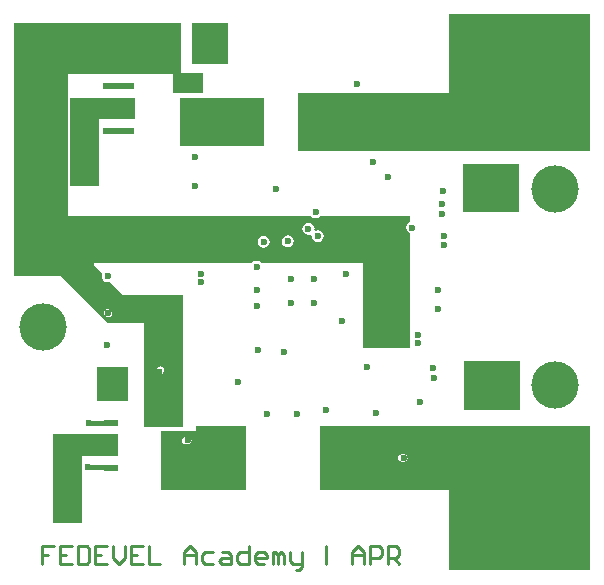
<source format=gtl>
G04*
G04 #@! TF.GenerationSoftware,Altium Limited,Altium Designer,20.0.13 (296)*
G04*
G04 Layer_Physical_Order=1*
G04 Layer_Color=255*
%FSLAX44Y44*%
%MOMM*%
G71*
G01*
G75*
%ADD10C,0.2000*%
%ADD13R,2.5500X3.7500*%
%ADD14R,3.8500X5.0000*%
%ADD15R,0.9000X2.5000*%
%ADD16R,1.1940X0.5590*%
%ADD17R,3.4390X3.2540*%
%ADD25C,0.4000*%
%ADD26C,0.5000*%
%ADD27C,0.2600*%
%ADD28C,4.0000*%
%ADD29C,0.6000*%
G36*
X187000Y443000D02*
X156000D01*
Y477000D01*
X187000D01*
Y443000D01*
D02*
G37*
G36*
X147000Y435270D02*
X146861Y435000D01*
X165464D01*
X166009Y433893D01*
X166000Y433884D01*
Y418000D01*
X140000D01*
Y434000D01*
X51000D01*
X51000Y314005D01*
X112000Y313982D01*
X257040Y313927D01*
X257395Y313395D01*
X259049Y312290D01*
X261000Y311902D01*
X262951Y312290D01*
X264605Y313395D01*
X264958Y313924D01*
X341087Y313895D01*
Y308717D01*
X341049Y308710D01*
X339395Y307605D01*
X338290Y305951D01*
X337902Y304000D01*
X338290Y302049D01*
X339395Y300395D01*
X341049Y299290D01*
X341087Y299283D01*
Y273982D01*
Y203096D01*
X340873Y202580D01*
X301420D01*
Y273982D01*
X215021D01*
X214605Y274605D01*
X212951Y275710D01*
X211000Y276098D01*
X209049Y275710D01*
X207395Y274605D01*
X206979Y273982D01*
X73000D01*
Y272048D01*
X80258Y264790D01*
X79902Y263000D01*
X80290Y261049D01*
X81395Y259395D01*
X83049Y258290D01*
X85000Y257902D01*
X86790Y258258D01*
X98048Y247000D01*
X149091D01*
Y135091D01*
X149000Y135000D01*
X115337D01*
Y223000D01*
X85000D01*
X45000Y263000D01*
X6000Y263000D01*
X6000Y477000D01*
X147000Y477000D01*
X147000Y435270D01*
D02*
G37*
G36*
X493000Y417000D02*
X493000D01*
X493000Y369000D01*
X246000Y369000D01*
X246000Y418000D01*
X374000Y418000D01*
Y485000D01*
X493000D01*
Y417000D01*
D02*
G37*
G36*
X107555Y414000D02*
X107700Y413940D01*
Y395855D01*
X78145D01*
X78000Y396000D01*
Y339000D01*
X53039D01*
X53039Y414000D01*
X107555D01*
D02*
G37*
G36*
X217300Y373145D02*
X146300D01*
Y414145D01*
X217300D01*
Y373145D01*
D02*
G37*
G36*
X433000Y317000D02*
X386000D01*
Y358000D01*
X433000D01*
Y317000D01*
D02*
G37*
G36*
X102000Y157000D02*
X76000D01*
Y186000D01*
X102000D01*
Y157000D01*
D02*
G37*
G36*
X434000Y150000D02*
X387000D01*
Y191000D01*
X434000D01*
Y150000D01*
D02*
G37*
G36*
X202000Y82000D02*
X130000D01*
Y132000D01*
X160000D01*
Y136000D01*
X202000D01*
Y82000D01*
D02*
G37*
G36*
X93555Y129000D02*
X93700Y128940D01*
Y110855D01*
X63000D01*
Y101306D01*
X62980Y101203D01*
X63000Y101101D01*
Y54000D01*
X39000D01*
Y129000D01*
X93555D01*
D02*
G37*
G36*
X493000Y136000D02*
X493000Y82000D01*
X493000D01*
Y14000D01*
X374000Y14000D01*
Y82000D01*
X265000Y82000D01*
X265000Y136000D01*
X493000Y136000D01*
D02*
G37*
%LPC*%
G36*
X255000Y308098D02*
X253049Y307710D01*
X251395Y306605D01*
X250290Y304951D01*
X249902Y303000D01*
X250290Y301049D01*
X251395Y299395D01*
X253049Y298290D01*
X255000Y297902D01*
X256755Y298251D01*
X257433Y297817D01*
X257877Y297382D01*
X257776Y296874D01*
X258164Y294923D01*
X259270Y293270D01*
X260923Y292164D01*
X262874Y291776D01*
X264825Y292164D01*
X266479Y293270D01*
X267584Y294923D01*
X267972Y296874D01*
X267584Y298825D01*
X266479Y300479D01*
X264825Y301584D01*
X262874Y301972D01*
X261119Y301623D01*
X260441Y302057D01*
X259997Y302493D01*
X260098Y303000D01*
X259710Y304951D01*
X258605Y306605D01*
X256951Y307710D01*
X255000Y308098D01*
D02*
G37*
G36*
X237500Y297598D02*
X235549Y297210D01*
X233895Y296105D01*
X232790Y294451D01*
X232402Y292500D01*
X232790Y290549D01*
X233895Y288895D01*
X235549Y287790D01*
X237500Y287402D01*
X239451Y287790D01*
X241105Y288895D01*
X242210Y290549D01*
X242598Y292500D01*
X242210Y294451D01*
X241105Y296105D01*
X239451Y297210D01*
X237500Y297598D01*
D02*
G37*
G36*
X43000Y293059D02*
X40000D01*
X38830Y292826D01*
X37837Y292163D01*
X37174Y291171D01*
X36941Y290000D01*
X37174Y288829D01*
X37837Y287837D01*
X38830Y287174D01*
X40000Y286941D01*
X43000D01*
X44170Y287174D01*
X45163Y287837D01*
X45826Y288829D01*
X46059Y290000D01*
X45826Y291171D01*
X45163Y292163D01*
X44170Y292826D01*
X43000Y293059D01*
D02*
G37*
G36*
X217000Y297098D02*
X215049Y296710D01*
X213395Y295605D01*
X212290Y293951D01*
X211902Y292000D01*
X212290Y290049D01*
X213395Y288395D01*
X215049Y287290D01*
X217000Y286902D01*
X218951Y287290D01*
X220605Y288395D01*
X221710Y290049D01*
X222098Y292000D01*
X221710Y293951D01*
X220605Y295605D01*
X218951Y296710D01*
X217000Y297098D01*
D02*
G37*
G36*
X85000Y235059D02*
X83829Y234826D01*
X82837Y234163D01*
X82174Y233171D01*
X81941Y232000D01*
X82174Y230830D01*
X82837Y229837D01*
X83337Y229337D01*
X84329Y228674D01*
X85500Y228441D01*
X86671Y228674D01*
X87663Y229337D01*
X88326Y230329D01*
X88559Y231500D01*
X88326Y232671D01*
X87663Y233663D01*
X87163Y234163D01*
X86171Y234826D01*
X85000Y235059D01*
D02*
G37*
G36*
X130000Y186559D02*
X128829Y186326D01*
X127837Y185663D01*
X124337Y182163D01*
X123674Y181171D01*
X123441Y180000D01*
X123441Y180000D01*
Y172000D01*
X123674Y170830D01*
X124337Y169837D01*
X125330Y169174D01*
X126500Y168941D01*
X127670Y169174D01*
X128663Y169837D01*
X129326Y170830D01*
X129559Y172000D01*
Y178733D01*
X132163Y181337D01*
X132826Y182330D01*
X133059Y183500D01*
X132826Y184671D01*
X132163Y185663D01*
X131171Y186326D01*
X130000Y186559D01*
D02*
G37*
G36*
X190220Y401709D02*
X189049Y401476D01*
X188057Y400813D01*
X187394Y399821D01*
X187161Y398650D01*
X187394Y397480D01*
X188057Y396487D01*
X194707Y389837D01*
X195700Y389174D01*
X196870Y388941D01*
X198041Y389174D01*
X199033Y389837D01*
X199696Y390829D01*
X199929Y392000D01*
X199696Y393171D01*
X199033Y394163D01*
X192383Y400813D01*
X191390Y401476D01*
X190220Y401709D01*
D02*
G37*
G36*
X153000Y127059D02*
X151000D01*
X149830Y126826D01*
X148837Y126163D01*
X148174Y125170D01*
X147941Y124000D01*
X148174Y122830D01*
X148837Y121837D01*
X149830Y121174D01*
X151000Y120941D01*
X153000D01*
X154171Y121174D01*
X155163Y121837D01*
X155826Y122830D01*
X156059Y124000D01*
X155826Y125170D01*
X155163Y126163D01*
X154171Y126826D01*
X153000Y127059D01*
D02*
G37*
G36*
X167250Y127059D02*
X166080Y126826D01*
X165087Y126163D01*
X164424Y125170D01*
X164191Y124000D01*
X164424Y122830D01*
X165087Y121837D01*
X180087Y106837D01*
X181080Y106174D01*
X182250Y105941D01*
X183421Y106174D01*
X184413Y106837D01*
X185076Y107830D01*
X185309Y109000D01*
X185076Y110170D01*
X184413Y111163D01*
X169413Y126163D01*
X168421Y126826D01*
X167250Y127059D01*
D02*
G37*
G36*
X336000Y112059D02*
X334000D01*
X332830Y111826D01*
X331837Y111163D01*
X331174Y110170D01*
X330941Y109000D01*
X331174Y107830D01*
X331837Y106837D01*
X332830Y106174D01*
X334000Y105941D01*
X336000D01*
X337170Y106174D01*
X338163Y106837D01*
X338826Y107830D01*
X339059Y109000D01*
X338826Y110170D01*
X338163Y111163D01*
X337170Y111826D01*
X336000Y112059D01*
D02*
G37*
G36*
X285000Y113309D02*
X283829Y113076D01*
X282837Y112413D01*
X281587Y111163D01*
X280924Y110170D01*
X280691Y109000D01*
X280924Y107830D01*
X281587Y106837D01*
X282579Y106174D01*
X283750Y105941D01*
X284921Y106174D01*
X285913Y106837D01*
X287163Y108087D01*
X287826Y109080D01*
X288059Y110250D01*
X287826Y111421D01*
X287163Y112413D01*
X286171Y113076D01*
X285000Y113309D01*
D02*
G37*
%LPD*%
D10*
X40000Y290000D02*
X43000D01*
X283750Y109000D02*
X285000Y110250D01*
X85000Y232000D02*
X85500Y231500D01*
X126500Y172000D02*
Y180000D01*
X130000Y183500D01*
X334000Y109000D02*
X336000D01*
X190220Y398650D02*
X196870Y392000D01*
X151000Y124000D02*
X153000D01*
X167250D02*
X182250Y109000D01*
D13*
X410000Y169000D02*
D03*
Y115000D02*
D03*
Y336000D02*
D03*
Y390000D02*
D03*
D14*
X283750Y109000D02*
D03*
X182250D02*
D03*
D15*
X163500Y458000D02*
D03*
X132500D02*
D03*
X95500Y172000D02*
D03*
X126500D02*
D03*
D16*
X138270Y100950D02*
D03*
Y113650D02*
D03*
Y126350D02*
D03*
Y139050D02*
D03*
X87730Y100950D02*
D03*
Y113650D02*
D03*
Y126350D02*
D03*
Y139050D02*
D03*
X152270Y385950D02*
D03*
Y398650D02*
D03*
Y411350D02*
D03*
Y424050D02*
D03*
X101730Y385950D02*
D03*
Y398650D02*
D03*
Y411350D02*
D03*
Y424050D02*
D03*
D17*
X196870Y392000D02*
D03*
X283130D02*
D03*
D25*
X69000Y139000D02*
X69025Y139025D01*
X87705D01*
X68078Y101203D02*
X85976D01*
X87705Y139025D02*
X87730Y139050D01*
X101730Y424050D02*
X102230D01*
D26*
X83730D02*
X101730D01*
X83230Y385950D02*
X101730D01*
D27*
X39597Y34594D02*
X29600D01*
Y27096D01*
X34598D01*
X29600D01*
Y19598D01*
X54592Y34594D02*
X44595D01*
Y19598D01*
X54592D01*
X44595Y27096D02*
X49594D01*
X59590Y34594D02*
Y19598D01*
X67088D01*
X69587Y22098D01*
Y32094D01*
X67088Y34594D01*
X59590D01*
X84582D02*
X74585D01*
Y19598D01*
X84582D01*
X74585Y27096D02*
X79584D01*
X89581Y34594D02*
Y24597D01*
X94579Y19598D01*
X99577Y24597D01*
Y34594D01*
X114572D02*
X104576D01*
Y19598D01*
X114572D01*
X104576Y27096D02*
X109574D01*
X119571Y34594D02*
Y19598D01*
X129568D01*
X149561D02*
Y29595D01*
X154559Y34594D01*
X159558Y29595D01*
Y19598D01*
Y27096D01*
X149561D01*
X174553Y29595D02*
X167055D01*
X164556Y27096D01*
Y22098D01*
X167055Y19598D01*
X174553D01*
X182051Y29595D02*
X187049D01*
X189548Y27096D01*
Y19598D01*
X182051D01*
X179551Y22098D01*
X182051Y24597D01*
X189548D01*
X204543Y34594D02*
Y19598D01*
X197046D01*
X194547Y22098D01*
Y27096D01*
X197046Y29595D01*
X204543D01*
X217039Y19598D02*
X212041D01*
X209542Y22098D01*
Y27096D01*
X212041Y29595D01*
X217039D01*
X219538Y27096D01*
Y24597D01*
X209542D01*
X224537Y19598D02*
Y29595D01*
X227036D01*
X229535Y27096D01*
Y19598D01*
Y27096D01*
X232034Y29595D01*
X234534Y27096D01*
Y19598D01*
X239532Y29595D02*
Y22098D01*
X242031Y19598D01*
X249529D01*
Y17099D01*
X247030Y14600D01*
X244530D01*
X249529Y19598D02*
Y29595D01*
X269522Y34594D02*
Y19598D01*
X292015D02*
Y29595D01*
X297013Y34594D01*
X302012Y29595D01*
Y19598D01*
Y27096D01*
X292015D01*
X307010Y19598D02*
Y34594D01*
X314508D01*
X317007Y32094D01*
Y27096D01*
X314508Y24597D01*
X307010D01*
X322005Y19598D02*
Y34594D01*
X329503D01*
X332002Y32094D01*
Y27096D01*
X329503Y24597D01*
X322005D01*
X327004D02*
X332002Y19598D01*
D28*
X464000Y171000D02*
D03*
X30000Y300000D02*
D03*
Y220000D02*
D03*
X464000Y113000D02*
D03*
Y390000D02*
D03*
Y337000D02*
D03*
D29*
X430000Y170000D02*
D03*
X428000Y322000D02*
D03*
X310000Y360000D02*
D03*
X69000Y139000D02*
D03*
X73000Y116000D02*
D03*
X44000Y123000D02*
D03*
X57000D02*
D03*
X44000Y106000D02*
D03*
X57000D02*
D03*
X51000Y114000D02*
D03*
X44000Y87000D02*
D03*
X58000D02*
D03*
X50000Y96000D02*
D03*
X44000Y72000D02*
D03*
Y58000D02*
D03*
X51000Y64000D02*
D03*
X50000Y79000D02*
D03*
X58000Y72000D02*
D03*
Y58000D02*
D03*
X72000Y343000D02*
D03*
Y357000D02*
D03*
X64000Y364000D02*
D03*
X65000Y349000D02*
D03*
X58000Y343000D02*
D03*
Y357000D02*
D03*
X64000Y381000D02*
D03*
X72000Y372000D02*
D03*
X58000D02*
D03*
X65000Y399000D02*
D03*
X71000Y391000D02*
D03*
X58000D02*
D03*
X71000Y408000D02*
D03*
X58000D02*
D03*
X84875Y408816D02*
D03*
X84884Y399000D02*
D03*
X164000Y258000D02*
D03*
Y265000D02*
D03*
X349580Y156500D02*
D03*
X361000Y177000D02*
D03*
X360617Y185000D02*
D03*
X348000Y206000D02*
D03*
Y213000D02*
D03*
X365000Y235000D02*
D03*
X370000Y289000D02*
D03*
Y297000D02*
D03*
X368000Y324000D02*
D03*
Y316000D02*
D03*
X296000Y426000D02*
D03*
X391000Y185000D02*
D03*
X392000Y171000D02*
D03*
X391000Y155000D02*
D03*
X430000D02*
D03*
Y186000D02*
D03*
X428000Y352000D02*
D03*
Y336000D02*
D03*
X391000Y321587D02*
D03*
Y336195D02*
D03*
Y352000D02*
D03*
X369000Y335000D02*
D03*
X82000Y163000D02*
D03*
Y181000D02*
D03*
X175000Y448000D02*
D03*
Y469000D02*
D03*
X85000Y232000D02*
D03*
X343000Y304000D02*
D03*
X331750Y222000D02*
D03*
X287148Y265000D02*
D03*
X82000Y172000D02*
D03*
X255000Y303000D02*
D03*
X312000Y147000D02*
D03*
X262874Y296874D02*
D03*
X270000Y149351D02*
D03*
X304614Y186423D02*
D03*
X195500Y173242D02*
D03*
X212390Y200096D02*
D03*
X73000Y124000D02*
D03*
X68078Y101203D02*
D03*
X83730Y424050D02*
D03*
X227500Y337000D02*
D03*
X217000Y292000D02*
D03*
X256000Y392000D02*
D03*
X260000Y240000D02*
D03*
Y261000D02*
D03*
X240000Y240000D02*
D03*
Y261000D02*
D03*
X261000Y317000D02*
D03*
X211000Y251000D02*
D03*
X175000Y458000D02*
D03*
X336000Y109000D02*
D03*
X171245Y398650D02*
D03*
X211000Y271000D02*
D03*
X211500Y237500D02*
D03*
X153000Y124000D02*
D03*
X83230Y385950D02*
D03*
X237500Y292500D02*
D03*
X234000Y199000D02*
D03*
X283000Y225000D02*
D03*
X220000Y146000D02*
D03*
X322270Y347000D02*
D03*
X365000Y251000D02*
D03*
X84000Y205000D02*
D03*
X85000Y263000D02*
D03*
X245000Y146000D02*
D03*
X159000Y339000D02*
D03*
Y364000D02*
D03*
M02*

</source>
